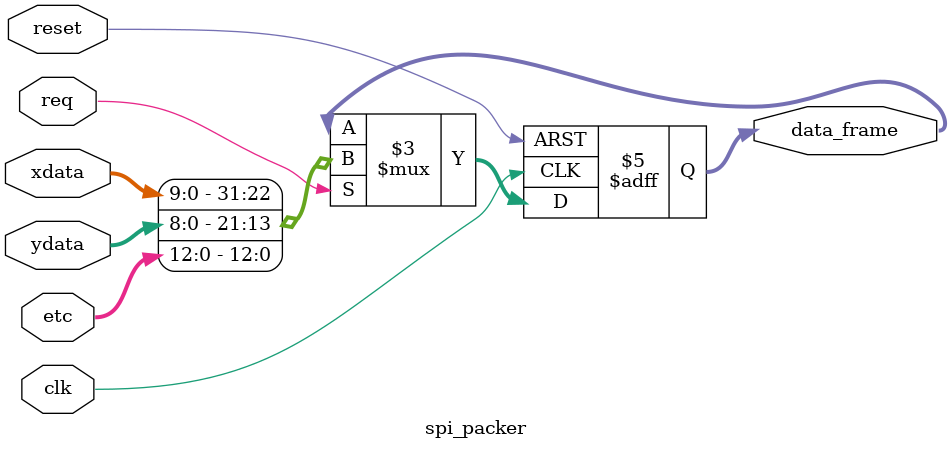
<source format=sv>
`timescale 1ns / 1ps

module spi_packer (
    input logic clk,
    input logic reset,
    /////////////////
    input logic [ 9:0] xdata,
    input logic [ 8:0] ydata,
    input logic [12:0] etc,
    /////////////////
    input logic        req,
    //////////////////
    output logic [31:0] data_frame
);

    always_ff @(posedge clk, posedge reset) begin
        if (reset) begin
            data_frame <= '0;
        end else begin
            if (req) begin
                data_frame <= {xdata, ydata, etc};
            end else begin
                data_frame <= data_frame;
            end
        end
    end

endmodule

</source>
